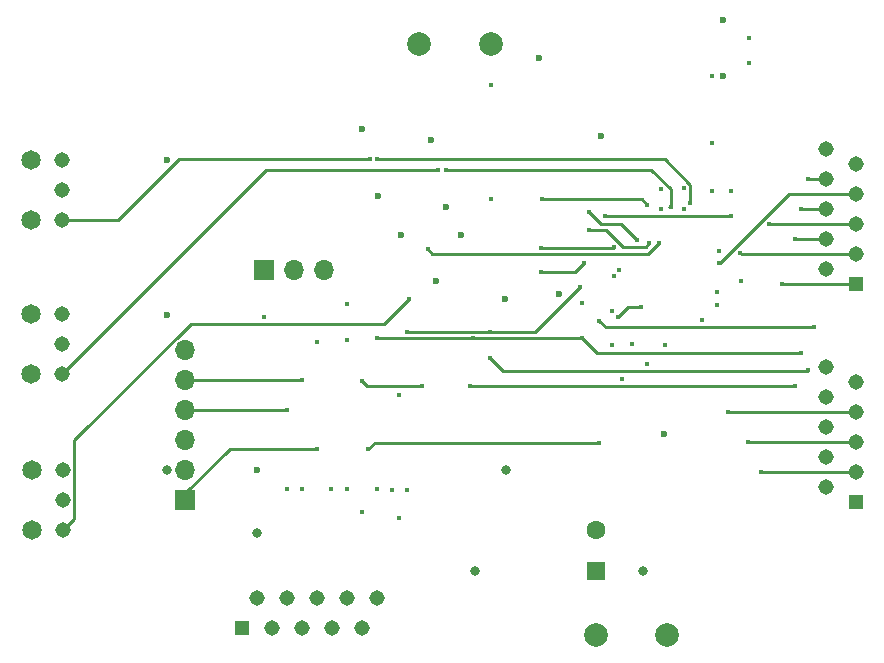
<source format=gbr>
G04 #@! TF.GenerationSoftware,KiCad,Pcbnew,(5.1.10-0-10_14)*
G04 #@! TF.CreationDate,2021-05-14T15:54:12+02:00*
G04 #@! TF.ProjectId,dac,6461632e-6b69-4636-9164-5f7063625858,rev?*
G04 #@! TF.SameCoordinates,Original*
G04 #@! TF.FileFunction,Copper,L3,Inr*
G04 #@! TF.FilePolarity,Positive*
%FSLAX46Y46*%
G04 Gerber Fmt 4.6, Leading zero omitted, Abs format (unit mm)*
G04 Created by KiCad (PCBNEW (5.1.10-0-10_14)) date 2021-05-14 15:54:12*
%MOMM*%
%LPD*%
G01*
G04 APERTURE LIST*
G04 #@! TA.AperFunction,ComponentPad*
%ADD10C,1.308000*%
G04 #@! TD*
G04 #@! TA.AperFunction,ComponentPad*
%ADD11C,1.650000*%
G04 #@! TD*
G04 #@! TA.AperFunction,ComponentPad*
%ADD12C,2.000000*%
G04 #@! TD*
G04 #@! TA.AperFunction,ComponentPad*
%ADD13R,1.308000X1.308000*%
G04 #@! TD*
G04 #@! TA.AperFunction,ComponentPad*
%ADD14O,1.700000X1.700000*%
G04 #@! TD*
G04 #@! TA.AperFunction,ComponentPad*
%ADD15R,1.700000X1.700000*%
G04 #@! TD*
G04 #@! TA.AperFunction,ComponentPad*
%ADD16C,1.600000*%
G04 #@! TD*
G04 #@! TA.AperFunction,ComponentPad*
%ADD17R,1.600000X1.600000*%
G04 #@! TD*
G04 #@! TA.AperFunction,ViaPad*
%ADD18C,0.450000*%
G04 #@! TD*
G04 #@! TA.AperFunction,ViaPad*
%ADD19C,0.600000*%
G04 #@! TD*
G04 #@! TA.AperFunction,ViaPad*
%ADD20C,0.800000*%
G04 #@! TD*
G04 #@! TA.AperFunction,Conductor*
%ADD21C,0.250000*%
G04 #@! TD*
G04 APERTURE END LIST*
D10*
X115088500Y-96393000D03*
X115088500Y-98933000D03*
X115088500Y-101473000D03*
D11*
X112458500Y-101473000D03*
X112458500Y-96393000D03*
D10*
X115025000Y-83185000D03*
X115025000Y-85725000D03*
X115025000Y-88265000D03*
D11*
X112395000Y-88265000D03*
X112395000Y-83185000D03*
D10*
X115025000Y-70104000D03*
X115025000Y-72644000D03*
X115025000Y-75184000D03*
D11*
X112395000Y-75184000D03*
X112395000Y-70104000D03*
D12*
X145288000Y-60261500D03*
X151320500Y-60261500D03*
D13*
X130238500Y-109728000D03*
D10*
X131508500Y-107188000D03*
X132778500Y-109728000D03*
X134048500Y-107188000D03*
X135318500Y-109728000D03*
X136588500Y-107188000D03*
X137858500Y-109728000D03*
X139128500Y-107188000D03*
X140398500Y-109728000D03*
X141668500Y-107188000D03*
D13*
X182245000Y-99060000D03*
D10*
X179705000Y-97790000D03*
X182245000Y-96520000D03*
X179705000Y-95250000D03*
X182245000Y-93980000D03*
X179705000Y-92710000D03*
X182245000Y-91440000D03*
X179705000Y-90170000D03*
X182245000Y-88900000D03*
X179705000Y-87630000D03*
D13*
X182245000Y-80645000D03*
D10*
X179705000Y-79375000D03*
X182245000Y-78105000D03*
X179705000Y-76835000D03*
X182245000Y-75565000D03*
X179705000Y-74295000D03*
X182245000Y-73025000D03*
X179705000Y-71755000D03*
X182245000Y-70485000D03*
X179705000Y-69215000D03*
D14*
X137223500Y-79438500D03*
X134683500Y-79438500D03*
D15*
X132143500Y-79438500D03*
D12*
X166243000Y-110363000D03*
X160210500Y-110363000D03*
D16*
X160210500Y-101402000D03*
D17*
X160210500Y-104902000D03*
D14*
X125476000Y-86156800D03*
X125476000Y-88696800D03*
X125476000Y-91236800D03*
X125476000Y-93776800D03*
X125476000Y-96316800D03*
D15*
X125476000Y-98856800D03*
D18*
X165709600Y-72542400D03*
X165735000Y-74295000D03*
X164566600Y-87401400D03*
D19*
X170992800Y-58216800D03*
X141757400Y-73152000D03*
X147535900Y-74053700D03*
X157124400Y-81432400D03*
X146685000Y-80340200D03*
X131508500Y-96329500D03*
D18*
X166096000Y-85770400D03*
X172491400Y-80391000D03*
X162411400Y-88693000D03*
D19*
X155445800Y-61470200D03*
X160629600Y-68072000D03*
X170977600Y-63007200D03*
D18*
X132160000Y-83422500D03*
D19*
X152579000Y-81840000D03*
D18*
X140415000Y-99932500D03*
D20*
X131508500Y-101663500D03*
D19*
X140447000Y-67515500D03*
X146240500Y-68453000D03*
X143778001Y-76439999D03*
X148858001Y-76439999D03*
D20*
X152590500Y-96329500D03*
D18*
X155600400Y-79603600D03*
X159258000Y-78837000D03*
X155600400Y-77520800D03*
X161772225Y-77485808D03*
X135331200Y-88696800D03*
X134061200Y-91236800D03*
X158902400Y-80873600D03*
X144208500Y-84667000D03*
X151299000Y-84667000D03*
X151257000Y-86868000D03*
X178175999Y-71755000D03*
X178175999Y-87878999D03*
X141668500Y-85217000D03*
X159054800Y-82194400D03*
X149796499Y-85217001D03*
X159067500Y-85217000D03*
X177625999Y-74295000D03*
X177625999Y-86470501D03*
X162204400Y-79400400D03*
D19*
X165989000Y-93281500D03*
D18*
X167690800Y-74218800D03*
X167690800Y-72491600D03*
X163271200Y-85699600D03*
X161747200Y-79959200D03*
X161571002Y-82854800D03*
X161594800Y-85750400D03*
X160528000Y-83718400D03*
X140970000Y-94615000D03*
X160518001Y-94053499D03*
X178725999Y-84227501D03*
X172466000Y-77978000D03*
X170624500Y-77851000D03*
X174879000Y-75565000D03*
X170624500Y-78867000D03*
X171653200Y-72694800D03*
X160985200Y-74853800D03*
X171653200Y-74828400D03*
X169189400Y-83693000D03*
X174180500Y-96520000D03*
X170459400Y-82372200D03*
X173101000Y-93980000D03*
X170510200Y-81322199D03*
X171450000Y-91440000D03*
X170053000Y-62992000D03*
X170053000Y-68707000D03*
X173228000Y-61925200D03*
X175975998Y-80645000D03*
X162119800Y-83362800D03*
X170027600Y-72694800D03*
X164033200Y-82550000D03*
X173228000Y-59740800D03*
X139128500Y-97980500D03*
X137843498Y-97995502D03*
X139128500Y-85344000D03*
X139128500Y-82296000D03*
X135318500Y-97980500D03*
X134048500Y-97980500D03*
X141668500Y-97980500D03*
X144208500Y-98044000D03*
X143573500Y-89979500D03*
X143573500Y-100457000D03*
X142938500Y-98044000D03*
D20*
X149987000Y-104902000D03*
X164211000Y-104902000D03*
D19*
X123952000Y-70104000D03*
X123952000Y-83210400D03*
D20*
X123952000Y-96393000D03*
D18*
X136601200Y-94538800D03*
X149542500Y-89281000D03*
X177075999Y-76835000D03*
X177075999Y-89255499D03*
X136588500Y-85534500D03*
X140411200Y-88849200D03*
X145542000Y-89281000D03*
X141097000Y-70053200D03*
X146875500Y-70954900D03*
X166573200Y-74117200D03*
X147525377Y-70942158D03*
X141746826Y-70068312D03*
X168240800Y-73790771D03*
X159639000Y-76009500D03*
X164759261Y-77153338D03*
X159639000Y-74485500D03*
X163703000Y-76898500D03*
X164592000Y-73888600D03*
X155676600Y-73406000D03*
X151320500Y-73406000D03*
X151320500Y-63754000D03*
X165608000Y-77152500D03*
X145986500Y-77660500D03*
X144398044Y-81914740D03*
D21*
X158491400Y-79603600D02*
X155600400Y-79603600D01*
X159258000Y-78837000D02*
X158491400Y-79603600D01*
X155600400Y-77520800D02*
X161747200Y-77520800D01*
X135331200Y-88696800D02*
X125476000Y-88696800D01*
X134061200Y-91236800D02*
X125476000Y-91236800D01*
X158902400Y-80873600D02*
X155109000Y-84667000D01*
X155109000Y-84667000D02*
X154136000Y-84667000D01*
X151299000Y-84667000D02*
X144208500Y-84667000D01*
X154136000Y-84667000D02*
X151299000Y-84667000D01*
X151257000Y-86868000D02*
X152340401Y-87951401D01*
X179705000Y-71755000D02*
X178175999Y-71755000D01*
X178103597Y-87951401D02*
X178175999Y-87878999D01*
X152340401Y-87951401D02*
X178103597Y-87951401D01*
X141986698Y-85217000D02*
X141668500Y-85217000D01*
X149796499Y-85217001D02*
X141986698Y-85217000D01*
X149796499Y-85217001D02*
X150114698Y-85217000D01*
X150114698Y-85217000D02*
X159067500Y-85217000D01*
X159067500Y-85217000D02*
X160337500Y-86487000D01*
X179705000Y-74295000D02*
X177625999Y-74295000D01*
X177609500Y-86487000D02*
X177625999Y-86470501D01*
X160337500Y-86487000D02*
X177609500Y-86487000D01*
X160528000Y-83820000D02*
X160528000Y-83718400D01*
X140970000Y-94615000D02*
X141531501Y-94053499D01*
X141531501Y-94053499D02*
X160518001Y-94053499D01*
X160528000Y-83718400D02*
X161052601Y-84243001D01*
X161052601Y-84243001D02*
X178710499Y-84243001D01*
X178710499Y-84243001D02*
X178725999Y-84227501D01*
X172593000Y-78105000D02*
X172466000Y-77978000D01*
X182245000Y-78105000D02*
X172593000Y-78105000D01*
X174879000Y-75565000D02*
X182245000Y-75565000D01*
X170762998Y-78867000D02*
X170624500Y-78867000D01*
X176604998Y-73025000D02*
X170762998Y-78867000D01*
X182245000Y-73025000D02*
X176604998Y-73025000D01*
X160985200Y-74853800D02*
X171627800Y-74853800D01*
X171627800Y-74853800D02*
X171653200Y-74828400D01*
X174180500Y-96520000D02*
X182245000Y-96520000D01*
X173101000Y-93980000D02*
X182245000Y-93980000D01*
X171450000Y-91440000D02*
X182245000Y-91440000D01*
X173240700Y-61912500D02*
X173228000Y-61925200D01*
X182245000Y-80645000D02*
X175975998Y-80645000D01*
X162932600Y-82550000D02*
X162119800Y-83362800D01*
X164033200Y-82550000D02*
X162932600Y-82550000D01*
X125476000Y-98856800D02*
X125476000Y-98298000D01*
X129235200Y-94538800D02*
X136601200Y-94538800D01*
X125476000Y-98298000D02*
X129235200Y-94538800D01*
X179705000Y-76835000D02*
X177075999Y-76835000D01*
X177050498Y-89281000D02*
X177075999Y-89255499D01*
X149542500Y-89281000D02*
X177050498Y-89281000D01*
X140423900Y-88836500D02*
X140411200Y-88849200D01*
X140843000Y-89281000D02*
X140411200Y-88849200D01*
X145542000Y-89281000D02*
X140843000Y-89281000D01*
X141084300Y-70040500D02*
X141097000Y-70053200D01*
X119797002Y-75184000D02*
X115025000Y-75184000D01*
X124927802Y-70053200D02*
X119797002Y-75184000D01*
X141097000Y-70053200D02*
X124927802Y-70053200D01*
X132335100Y-70954900D02*
X115025000Y-88265000D01*
X146875500Y-70954900D02*
X132335100Y-70954900D01*
X166573200Y-74117200D02*
X166470398Y-74117200D01*
X164923360Y-70942158D02*
X147525377Y-70942158D01*
X166573200Y-72591998D02*
X164923360Y-70942158D01*
X166573200Y-74117200D02*
X166573200Y-72591998D01*
X166081514Y-70068312D02*
X141746826Y-70068312D01*
X168240801Y-72227599D02*
X166081514Y-70068312D01*
X168240800Y-73790771D02*
X168240801Y-72227599D01*
X161109919Y-76009500D02*
X159639000Y-76009500D01*
X162548920Y-77448501D02*
X161109919Y-76009500D01*
X164464098Y-77448501D02*
X162548920Y-77448501D01*
X164759261Y-77153338D02*
X164464098Y-77448501D01*
X160712990Y-75559490D02*
X159639000Y-74485500D01*
X162363990Y-75559490D02*
X160712990Y-75559490D01*
X163703000Y-76898500D02*
X162363990Y-75559490D01*
X164109400Y-73406000D02*
X155676600Y-73406000D01*
X164592000Y-73888600D02*
X164109400Y-73406000D01*
X146396801Y-78070801D02*
X145986500Y-77660500D01*
X164689699Y-78070801D02*
X146396801Y-78070801D01*
X165608000Y-77152500D02*
X164689699Y-78070801D01*
X116067501Y-100493999D02*
X115088500Y-101473000D01*
X116067501Y-93826297D02*
X116067501Y-100493999D01*
X125921297Y-83972501D02*
X116067501Y-93826297D01*
X142340283Y-83972501D02*
X125921297Y-83972501D01*
X144398044Y-81914740D02*
X142340283Y-83972501D01*
M02*

</source>
